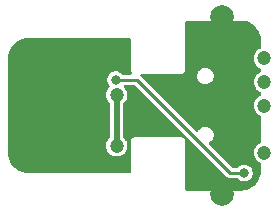
<source format=gbr>
%TF.GenerationSoftware,KiCad,Pcbnew,7.0.1*%
%TF.CreationDate,2025-01-27T12:13:09-08:00*%
%TF.ProjectId,project,70726f6a-6563-4742-9e6b-696361645f70,rev?*%
%TF.SameCoordinates,Original*%
%TF.FileFunction,Copper,L2,Bot*%
%TF.FilePolarity,Positive*%
%FSLAX46Y46*%
G04 Gerber Fmt 4.6, Leading zero omitted, Abs format (unit mm)*
G04 Created by KiCad (PCBNEW 7.0.1) date 2025-01-27 12:13:09*
%MOMM*%
%LPD*%
G01*
G04 APERTURE LIST*
%TA.AperFunction,ViaPad*%
%ADD10C,1.200000*%
%TD*%
%TA.AperFunction,ViaPad*%
%ADD11C,2.000000*%
%TD*%
%TA.AperFunction,ViaPad*%
%ADD12C,0.800000*%
%TD*%
%TA.AperFunction,Conductor*%
%ADD13C,0.500000*%
%TD*%
%TA.AperFunction,Conductor*%
%ADD14C,0.250000*%
%TD*%
G04 APERTURE END LIST*
D10*
%TO.N,*%
X121000000Y-91000000D03*
D11*
%TO.N,GND*%
X117400000Y-85500000D03*
D12*
X102000000Y-88000000D03*
X100000000Y-90000000D03*
D11*
X117400000Y-100500000D03*
D10*
%TO.N,VCC*%
X108500000Y-92100000D03*
X108500000Y-96400000D03*
X121000000Y-89000000D03*
D12*
%TO.N,CAP_DRAIN*%
X119300000Y-98700000D03*
X108400000Y-90800000D03*
D10*
X121000000Y-97000000D03*
%TO.N,GBC_VCC*%
X121000000Y-93000000D03*
%TD*%
D13*
%TO.N,VCC*%
X108500000Y-96400000D02*
X108500000Y-92100000D01*
D14*
%TO.N,CAP_DRAIN*%
X108400000Y-90800000D02*
X110204661Y-90800000D01*
X110204661Y-90800000D02*
X118104661Y-98700000D01*
X118104661Y-98700000D02*
X119300000Y-98700000D01*
%TD*%
%TA.AperFunction,Conductor*%
%TO.N,GND*%
G36*
X118984563Y-85802414D02*
G01*
X118989145Y-85803222D01*
X119000000Y-85805136D01*
X119010855Y-85803222D01*
X119021878Y-85803222D01*
X119021878Y-85803587D01*
X119034236Y-85802949D01*
X119130210Y-85809813D01*
X119232881Y-85817156D01*
X119250669Y-85819713D01*
X119418867Y-85856303D01*
X119469996Y-85867426D01*
X119487245Y-85872490D01*
X119697560Y-85950933D01*
X119713906Y-85958398D01*
X119910913Y-86065973D01*
X119926033Y-86075690D01*
X120105725Y-86210206D01*
X120119311Y-86221979D01*
X120278021Y-86380689D01*
X120289794Y-86394275D01*
X120424310Y-86573967D01*
X120434027Y-86589087D01*
X120509275Y-86726892D01*
X120541600Y-86786090D01*
X120549067Y-86802440D01*
X120564965Y-86845063D01*
X120627510Y-87012756D01*
X120632574Y-87030004D01*
X120674385Y-87222199D01*
X120680286Y-87249327D01*
X120682844Y-87267119D01*
X120686423Y-87317155D01*
X120697051Y-87465764D01*
X120696413Y-87478122D01*
X120696778Y-87478122D01*
X120696778Y-87489145D01*
X120694864Y-87500000D01*
X120696778Y-87510855D01*
X120697586Y-87515437D01*
X120699500Y-87537317D01*
X120699500Y-88066247D01*
X120679498Y-88134368D01*
X120624752Y-88181351D01*
X120547270Y-88215849D01*
X120394129Y-88327112D01*
X120267467Y-88467784D01*
X120172821Y-88631716D01*
X120114326Y-88811744D01*
X120094540Y-89000000D01*
X120114326Y-89188256D01*
X120172821Y-89368284D01*
X120267467Y-89532216D01*
X120394129Y-89672888D01*
X120547270Y-89784151D01*
X120624752Y-89818649D01*
X120678845Y-89864626D01*
X120699500Y-89933753D01*
X120699500Y-90066247D01*
X120679498Y-90134368D01*
X120624752Y-90181351D01*
X120547270Y-90215849D01*
X120541929Y-90219729D01*
X120541928Y-90219730D01*
X120429930Y-90301101D01*
X120394129Y-90327112D01*
X120389716Y-90332014D01*
X120389714Y-90332015D01*
X120271886Y-90462876D01*
X120267467Y-90467784D01*
X120264164Y-90473505D01*
X120176980Y-90624513D01*
X120172821Y-90631716D01*
X120114326Y-90811744D01*
X120094540Y-91000000D01*
X120095230Y-91006565D01*
X120113534Y-91180716D01*
X120114326Y-91188256D01*
X120172821Y-91368284D01*
X120267467Y-91532216D01*
X120271885Y-91537123D01*
X120271886Y-91537124D01*
X120299493Y-91567784D01*
X120394129Y-91672888D01*
X120547270Y-91784151D01*
X120624752Y-91818649D01*
X120678845Y-91864626D01*
X120699500Y-91933753D01*
X120699500Y-92066247D01*
X120679498Y-92134368D01*
X120624752Y-92181351D01*
X120547270Y-92215849D01*
X120394129Y-92327112D01*
X120267467Y-92467784D01*
X120172821Y-92631716D01*
X120114326Y-92811744D01*
X120094540Y-93000000D01*
X120114326Y-93188256D01*
X120172821Y-93368284D01*
X120267467Y-93532216D01*
X120394129Y-93672888D01*
X120547270Y-93784151D01*
X120624752Y-93818649D01*
X120678845Y-93864626D01*
X120699500Y-93933753D01*
X120699500Y-96066247D01*
X120679498Y-96134368D01*
X120624752Y-96181351D01*
X120547270Y-96215849D01*
X120394129Y-96327112D01*
X120267467Y-96467784D01*
X120264164Y-96473505D01*
X120197913Y-96588256D01*
X120172821Y-96631716D01*
X120114326Y-96811744D01*
X120094540Y-97000000D01*
X120095230Y-97006565D01*
X120113487Y-97180270D01*
X120114326Y-97188256D01*
X120172821Y-97368284D01*
X120267467Y-97532216D01*
X120394129Y-97672888D01*
X120547270Y-97784151D01*
X120624752Y-97818649D01*
X120678845Y-97864626D01*
X120699500Y-97933753D01*
X120699500Y-98462683D01*
X120697586Y-98484563D01*
X120694864Y-98500000D01*
X120696778Y-98510855D01*
X120696778Y-98521878D01*
X120696413Y-98521878D01*
X120697051Y-98534236D01*
X120695990Y-98549069D01*
X120684901Y-98704135D01*
X120682845Y-98732877D01*
X120680287Y-98750669D01*
X120653216Y-98875108D01*
X120632574Y-98969996D01*
X120627510Y-98987244D01*
X120554661Y-99182564D01*
X120549069Y-99197556D01*
X120541602Y-99213906D01*
X120458758Y-99365623D01*
X120434029Y-99410910D01*
X120424310Y-99426033D01*
X120289794Y-99605725D01*
X120278021Y-99619311D01*
X120119311Y-99778021D01*
X120105725Y-99789794D01*
X119926033Y-99924310D01*
X119910913Y-99934027D01*
X119713906Y-100041602D01*
X119697560Y-100049067D01*
X119527627Y-100112448D01*
X119487244Y-100127510D01*
X119469995Y-100132574D01*
X119250669Y-100180287D01*
X119232881Y-100182844D01*
X119130210Y-100190187D01*
X119034236Y-100197051D01*
X119021878Y-100196413D01*
X119021878Y-100196778D01*
X119010855Y-100196778D01*
X119000000Y-100194864D01*
X118989145Y-100196778D01*
X118984563Y-100197586D01*
X118962683Y-100199500D01*
X114426500Y-100199500D01*
X114358379Y-100179498D01*
X114311886Y-100125842D01*
X114300500Y-100073500D01*
X114300500Y-96052374D01*
X114301065Y-96040817D01*
X114304246Y-96029832D01*
X114300970Y-95992006D01*
X114300500Y-95981134D01*
X114300500Y-95972052D01*
X114299276Y-95965479D01*
X114297616Y-95953280D01*
X114295591Y-95929895D01*
X114295591Y-95929894D01*
X114294587Y-95918304D01*
X114289480Y-95907855D01*
X114288568Y-95904567D01*
X114287339Y-95901383D01*
X114285209Y-95889947D01*
X114266779Y-95860048D01*
X114260840Y-95849266D01*
X114250533Y-95828181D01*
X114245425Y-95817731D01*
X114236899Y-95809822D01*
X114234866Y-95807084D01*
X114232572Y-95804554D01*
X114226468Y-95794652D01*
X114217212Y-95787613D01*
X114217207Y-95787608D01*
X114198513Y-95773393D01*
X114189092Y-95765474D01*
X114171882Y-95749510D01*
X114171883Y-95749510D01*
X114163354Y-95741599D01*
X114152553Y-95737290D01*
X114149676Y-95735471D01*
X114146619Y-95733934D01*
X114137359Y-95726892D01*
X114103632Y-95717126D01*
X114091992Y-95713129D01*
X114059378Y-95700117D01*
X114053085Y-95699500D01*
X114050003Y-95699500D01*
X114046933Y-95699350D01*
X114046939Y-95699234D01*
X114040817Y-95698935D01*
X114029832Y-95695754D01*
X113992006Y-95699030D01*
X113981134Y-95699500D01*
X110052374Y-95699500D01*
X110040817Y-95698935D01*
X110029832Y-95695754D01*
X109992006Y-95699030D01*
X109981134Y-95699500D01*
X109972052Y-95699500D01*
X109966351Y-95700562D01*
X109966349Y-95700562D01*
X109965479Y-95700724D01*
X109953280Y-95702384D01*
X109929895Y-95704409D01*
X109929894Y-95704409D01*
X109918304Y-95705413D01*
X109907855Y-95710520D01*
X109904567Y-95711432D01*
X109901383Y-95712661D01*
X109889947Y-95714791D01*
X109870316Y-95726892D01*
X109860048Y-95733221D01*
X109849265Y-95739160D01*
X109817731Y-95754575D01*
X109809822Y-95763101D01*
X109807084Y-95765134D01*
X109804554Y-95767428D01*
X109794652Y-95773532D01*
X109787613Y-95782788D01*
X109787608Y-95782793D01*
X109773393Y-95801487D01*
X109765474Y-95810908D01*
X109741599Y-95836646D01*
X109737290Y-95847447D01*
X109735471Y-95850324D01*
X109733934Y-95853381D01*
X109726892Y-95862641D01*
X109723656Y-95873817D01*
X109717126Y-95896367D01*
X109713129Y-95908008D01*
X109700117Y-95940622D01*
X109699500Y-95946915D01*
X109699500Y-95949997D01*
X109699350Y-95953067D01*
X109699234Y-95953061D01*
X109698935Y-95959183D01*
X109695754Y-95970168D01*
X109696758Y-95981759D01*
X109699030Y-96007994D01*
X109699500Y-96018866D01*
X109699500Y-98573500D01*
X109679498Y-98641621D01*
X109625842Y-98688114D01*
X109573500Y-98699500D01*
X101037317Y-98699500D01*
X101015437Y-98697586D01*
X101010855Y-98696778D01*
X101000000Y-98694864D01*
X100989145Y-98696778D01*
X100978122Y-98696778D01*
X100978122Y-98696413D01*
X100965764Y-98697051D01*
X100869790Y-98690187D01*
X100767119Y-98682844D01*
X100749331Y-98680287D01*
X100530005Y-98632574D01*
X100512756Y-98627510D01*
X100472373Y-98612448D01*
X100302440Y-98549067D01*
X100286094Y-98541602D01*
X100089087Y-98434027D01*
X100073967Y-98424310D01*
X100015017Y-98380180D01*
X99894275Y-98289794D01*
X99880689Y-98278021D01*
X99721979Y-98119311D01*
X99710206Y-98105725D01*
X99659966Y-98038612D01*
X99575688Y-97926030D01*
X99565971Y-97910910D01*
X99498220Y-97786833D01*
X99458398Y-97713906D01*
X99450931Y-97697556D01*
X99443178Y-97676767D01*
X99372490Y-97487244D01*
X99367426Y-97469996D01*
X99343932Y-97361999D01*
X99319713Y-97250669D01*
X99317155Y-97232877D01*
X99313863Y-97186837D01*
X99305713Y-97072888D01*
X99302949Y-97034236D01*
X99303587Y-97021878D01*
X99303222Y-97021878D01*
X99303222Y-97010855D01*
X99305136Y-97000000D01*
X99302414Y-96984563D01*
X99300500Y-96962683D01*
X99300500Y-89037317D01*
X99302414Y-89015437D01*
X99303222Y-89010855D01*
X99305136Y-89000000D01*
X99303222Y-88989145D01*
X99303222Y-88978122D01*
X99303587Y-88978122D01*
X99302949Y-88965764D01*
X99317155Y-88767123D01*
X99319714Y-88749327D01*
X99325616Y-88722199D01*
X99367426Y-88530004D01*
X99372490Y-88512756D01*
X99439902Y-88332015D01*
X99450933Y-88302440D01*
X99458400Y-88286090D01*
X99496755Y-88215849D01*
X99565973Y-88089087D01*
X99575690Y-88073967D01*
X99710206Y-87894275D01*
X99721979Y-87880689D01*
X99880689Y-87721979D01*
X99894275Y-87710206D01*
X100073967Y-87575690D01*
X100089087Y-87565973D01*
X100286094Y-87458398D01*
X100302440Y-87450933D01*
X100512755Y-87372490D01*
X100530004Y-87367426D01*
X100581133Y-87356303D01*
X100749331Y-87319713D01*
X100767119Y-87317156D01*
X100869790Y-87309813D01*
X100965764Y-87302949D01*
X100978122Y-87303587D01*
X100978122Y-87303222D01*
X100989145Y-87303222D01*
X101000000Y-87305136D01*
X101015437Y-87302414D01*
X101037317Y-87300500D01*
X109573500Y-87300500D01*
X109641621Y-87320502D01*
X109688114Y-87374158D01*
X109699500Y-87426500D01*
X109699500Y-89947626D01*
X109698935Y-89959183D01*
X109695754Y-89970168D01*
X109696758Y-89981759D01*
X109699030Y-90007994D01*
X109699500Y-90018866D01*
X109699500Y-90027948D01*
X109700562Y-90033649D01*
X109700562Y-90033651D01*
X109700724Y-90034521D01*
X109702384Y-90046720D01*
X109702403Y-90046933D01*
X109705413Y-90081696D01*
X109710520Y-90092145D01*
X109711432Y-90095433D01*
X109712661Y-90098617D01*
X109714791Y-90110053D01*
X109724734Y-90126183D01*
X109733221Y-90139952D01*
X109739160Y-90150734D01*
X109751843Y-90176680D01*
X109754575Y-90182269D01*
X109754006Y-90182547D01*
X109775181Y-90239996D01*
X109759822Y-90309311D01*
X109709426Y-90359320D01*
X109649468Y-90374500D01*
X109021266Y-90374500D01*
X108953145Y-90354498D01*
X108930445Y-90334998D01*
X108929312Y-90333349D01*
X108917514Y-90322837D01*
X108808392Y-90225612D01*
X108808388Y-90225610D01*
X108802721Y-90220560D01*
X108793824Y-90215849D01*
X108668844Y-90149676D01*
X108652881Y-90141224D01*
X108488441Y-90099919D01*
X108480843Y-90099879D01*
X108480841Y-90099879D01*
X108403668Y-90099475D01*
X108318895Y-90099031D01*
X108311508Y-90100805D01*
X108311504Y-90100805D01*
X108205801Y-90126183D01*
X108154032Y-90138612D01*
X108147288Y-90142093D01*
X108147285Y-90142094D01*
X108037976Y-90198513D01*
X108003369Y-90216375D01*
X107997647Y-90221367D01*
X107997645Y-90221368D01*
X107938334Y-90273108D01*
X107875604Y-90327831D01*
X107871237Y-90334045D01*
X107831714Y-90390281D01*
X107778113Y-90466547D01*
X107716524Y-90624513D01*
X107715532Y-90632046D01*
X107715532Y-90632047D01*
X107700535Y-90745968D01*
X107694394Y-90792611D01*
X107712999Y-90961135D01*
X107771266Y-91120356D01*
X107865830Y-91261083D01*
X107871446Y-91266193D01*
X107876410Y-91271944D01*
X107875277Y-91272922D01*
X107907771Y-91326291D01*
X107906048Y-91397266D01*
X107879686Y-91443153D01*
X107767467Y-91567784D01*
X107672821Y-91731716D01*
X107614326Y-91911744D01*
X107594540Y-92100000D01*
X107614326Y-92288256D01*
X107672821Y-92468284D01*
X107767467Y-92632216D01*
X107771885Y-92637123D01*
X107771886Y-92637124D01*
X107889712Y-92767983D01*
X107889715Y-92767985D01*
X107894129Y-92772888D01*
X107899472Y-92776770D01*
X107904376Y-92781185D01*
X107903117Y-92782584D01*
X107940917Y-92831608D01*
X107949500Y-92877317D01*
X107949500Y-95622683D01*
X107929498Y-95690804D01*
X107903726Y-95718093D01*
X107904376Y-95718815D01*
X107899472Y-95723230D01*
X107894129Y-95727112D01*
X107889715Y-95732015D01*
X107889712Y-95732017D01*
X107772098Y-95862641D01*
X107767467Y-95867784D01*
X107764164Y-95873505D01*
X107683384Y-96013421D01*
X107672821Y-96031716D01*
X107614326Y-96211744D01*
X107613636Y-96218305D01*
X107613636Y-96218307D01*
X107603792Y-96311969D01*
X107594540Y-96400000D01*
X107614326Y-96588256D01*
X107672821Y-96768284D01*
X107676124Y-96774006D01*
X107676125Y-96774007D01*
X107701702Y-96818307D01*
X107767467Y-96932216D01*
X107771885Y-96937123D01*
X107771886Y-96937124D01*
X107831851Y-97003721D01*
X107894129Y-97072888D01*
X108047270Y-97184151D01*
X108220197Y-97261144D01*
X108298563Y-97277801D01*
X108398897Y-97299128D01*
X108398901Y-97299128D01*
X108405354Y-97300500D01*
X108594646Y-97300500D01*
X108601099Y-97299128D01*
X108601103Y-97299128D01*
X108701437Y-97277801D01*
X108779803Y-97261144D01*
X108952730Y-97184151D01*
X109105871Y-97072888D01*
X109168150Y-97003721D01*
X109228114Y-96937124D01*
X109228115Y-96937123D01*
X109232533Y-96932216D01*
X109298298Y-96818307D01*
X109323875Y-96774007D01*
X109323876Y-96774006D01*
X109327179Y-96768284D01*
X109385674Y-96588256D01*
X109405460Y-96400000D01*
X109396208Y-96311969D01*
X109386364Y-96218307D01*
X109386364Y-96218305D01*
X109385674Y-96211744D01*
X109327179Y-96031716D01*
X109316617Y-96013421D01*
X109235836Y-95873505D01*
X109232533Y-95867784D01*
X109227902Y-95862641D01*
X109110288Y-95732017D01*
X109110285Y-95732015D01*
X109105871Y-95727112D01*
X109100528Y-95723230D01*
X109095624Y-95718815D01*
X109096883Y-95717416D01*
X109059083Y-95668392D01*
X109050500Y-95622683D01*
X109050500Y-92877317D01*
X109070502Y-92809196D01*
X109096274Y-92781907D01*
X109095624Y-92781185D01*
X109100528Y-92776770D01*
X109105871Y-92772888D01*
X109110285Y-92767985D01*
X109110288Y-92767983D01*
X109228114Y-92637124D01*
X109228115Y-92637123D01*
X109232533Y-92632216D01*
X109327179Y-92468284D01*
X109385674Y-92288256D01*
X109405460Y-92100000D01*
X109385674Y-91911744D01*
X109327179Y-91731716D01*
X109232533Y-91567784D01*
X109228113Y-91562875D01*
X109228110Y-91562871D01*
X109113704Y-91435810D01*
X109082986Y-91371803D01*
X109091751Y-91301349D01*
X109137214Y-91246818D01*
X109207340Y-91225500D01*
X109976223Y-91225500D01*
X110044344Y-91245502D01*
X110065318Y-91262405D01*
X113913031Y-95110117D01*
X117756132Y-98953218D01*
X117756133Y-98953220D01*
X117851441Y-99048528D01*
X117872820Y-99059421D01*
X117889673Y-99069749D01*
X117909080Y-99083849D01*
X117918511Y-99086913D01*
X117918512Y-99086914D01*
X117931898Y-99091264D01*
X117950159Y-99098828D01*
X117962697Y-99105216D01*
X117971535Y-99109719D01*
X117995232Y-99113472D01*
X118014451Y-99118086D01*
X118037268Y-99125500D01*
X118678634Y-99125500D01*
X118746755Y-99145502D01*
X118765331Y-99161631D01*
X118765830Y-99161083D01*
X118885612Y-99270077D01*
X118885616Y-99270080D01*
X118891233Y-99275191D01*
X118897906Y-99278814D01*
X118897910Y-99278817D01*
X119033558Y-99352467D01*
X119033560Y-99352468D01*
X119040235Y-99356092D01*
X119047584Y-99358020D01*
X119196883Y-99397188D01*
X119196885Y-99397188D01*
X119204233Y-99399116D01*
X119290609Y-99400473D01*
X119366161Y-99401660D01*
X119366164Y-99401660D01*
X119373760Y-99401779D01*
X119381165Y-99400083D01*
X119381166Y-99400083D01*
X119441586Y-99386245D01*
X119539029Y-99363928D01*
X119690498Y-99287747D01*
X119786213Y-99205998D01*
X119813651Y-99182564D01*
X119813652Y-99182563D01*
X119819423Y-99177634D01*
X119918361Y-99039947D01*
X119942941Y-98978804D01*
X119978766Y-98889687D01*
X119978767Y-98889685D01*
X119981601Y-98882634D01*
X119996521Y-98777801D01*
X120004909Y-98718862D01*
X120004909Y-98718859D01*
X120005490Y-98714778D01*
X120005645Y-98700000D01*
X120005024Y-98694864D01*
X119998580Y-98641621D01*
X119985276Y-98531680D01*
X119925345Y-98373077D01*
X119921044Y-98366819D01*
X119833614Y-98239608D01*
X119833613Y-98239607D01*
X119829312Y-98233349D01*
X119823119Y-98227831D01*
X119708392Y-98125612D01*
X119708388Y-98125610D01*
X119702721Y-98120560D01*
X119674703Y-98105725D01*
X119635080Y-98084746D01*
X119552881Y-98041224D01*
X119388441Y-97999919D01*
X119380843Y-97999879D01*
X119380841Y-97999879D01*
X119303668Y-97999475D01*
X119218895Y-97999031D01*
X119211508Y-98000805D01*
X119211504Y-98000805D01*
X119068162Y-98035220D01*
X119054032Y-98038612D01*
X119047288Y-98042093D01*
X119047285Y-98042094D01*
X118924003Y-98105725D01*
X118903369Y-98116375D01*
X118775604Y-98227831D01*
X118771918Y-98233076D01*
X118711905Y-98270049D01*
X118678713Y-98274500D01*
X118333098Y-98274500D01*
X118264977Y-98254498D01*
X118244003Y-98237595D01*
X116318377Y-96311969D01*
X116284351Y-96249657D01*
X116289416Y-96178842D01*
X116336104Y-96119035D01*
X116466651Y-96029312D01*
X116476515Y-96018241D01*
X116574388Y-95908392D01*
X116574390Y-95908388D01*
X116579440Y-95902721D01*
X116586204Y-95889947D01*
X116630447Y-95806386D01*
X116658776Y-95752881D01*
X116700081Y-95588441D01*
X116700969Y-95418895D01*
X116661388Y-95254032D01*
X116583625Y-95103369D01*
X116578313Y-95097279D01*
X116477163Y-94981329D01*
X116472169Y-94975604D01*
X116413649Y-94934475D01*
X116339670Y-94882482D01*
X116339668Y-94882481D01*
X116333453Y-94878113D01*
X116175487Y-94816524D01*
X116167954Y-94815532D01*
X116167953Y-94815532D01*
X116050261Y-94800038D01*
X116050260Y-94800038D01*
X116046174Y-94799500D01*
X115957484Y-94799500D01*
X115831680Y-94814724D01*
X115673077Y-94874655D01*
X115533349Y-94970688D01*
X115528297Y-94976358D01*
X115528296Y-94976359D01*
X115425612Y-95091608D01*
X115425610Y-95091612D01*
X115420560Y-95097279D01*
X115417008Y-95103988D01*
X115417005Y-95103992D01*
X115390688Y-95153696D01*
X115341135Y-95204539D01*
X115271961Y-95220520D01*
X115205127Y-95196566D01*
X115190239Y-95183831D01*
X112883726Y-92877317D01*
X110587514Y-90581105D01*
X115299031Y-90581105D01*
X115300805Y-90588492D01*
X115300805Y-90588496D01*
X115309808Y-90625993D01*
X115338612Y-90745968D01*
X115342093Y-90752712D01*
X115342094Y-90752715D01*
X115375949Y-90818307D01*
X115416375Y-90896631D01*
X115421367Y-90902353D01*
X115421368Y-90902355D01*
X115466060Y-90953586D01*
X115527831Y-91024396D01*
X115534045Y-91028763D01*
X115660330Y-91117518D01*
X115660332Y-91117519D01*
X115666547Y-91121887D01*
X115824513Y-91183476D01*
X115832046Y-91184468D01*
X115832047Y-91184468D01*
X115949739Y-91199962D01*
X115953826Y-91200500D01*
X116042516Y-91200500D01*
X116168320Y-91185276D01*
X116326923Y-91125345D01*
X116466651Y-91029312D01*
X116486918Y-91006565D01*
X116574388Y-90908392D01*
X116574390Y-90908388D01*
X116579440Y-90902721D01*
X116586238Y-90889883D01*
X116630934Y-90805466D01*
X116658776Y-90752881D01*
X116700081Y-90588441D01*
X116700969Y-90418895D01*
X116694100Y-90390281D01*
X116663161Y-90261417D01*
X116661388Y-90254032D01*
X116654144Y-90239996D01*
X116587108Y-90110117D01*
X116587108Y-90110116D01*
X116583625Y-90103369D01*
X116578313Y-90097279D01*
X116477163Y-89981329D01*
X116472169Y-89975604D01*
X116412621Y-89933753D01*
X116339670Y-89882482D01*
X116339668Y-89882481D01*
X116333453Y-89878113D01*
X116175487Y-89816524D01*
X116167954Y-89815532D01*
X116167953Y-89815532D01*
X116050261Y-89800038D01*
X116050260Y-89800038D01*
X116046174Y-89799500D01*
X115957484Y-89799500D01*
X115831680Y-89814724D01*
X115673077Y-89874655D01*
X115533349Y-89970688D01*
X115528297Y-89976358D01*
X115528296Y-89976359D01*
X115425612Y-90091608D01*
X115425610Y-90091612D01*
X115420560Y-90097279D01*
X115417008Y-90103988D01*
X115417007Y-90103989D01*
X115408553Y-90119956D01*
X115341224Y-90247119D01*
X115299919Y-90411559D01*
X115299879Y-90419157D01*
X115299879Y-90419159D01*
X115299594Y-90473627D01*
X115299031Y-90581105D01*
X110587514Y-90581105D01*
X110522004Y-90515595D01*
X110487978Y-90453283D01*
X110493043Y-90382468D01*
X110535590Y-90325632D01*
X110602110Y-90300821D01*
X110611099Y-90300500D01*
X113947626Y-90300500D01*
X113959183Y-90301065D01*
X113970168Y-90304246D01*
X114007994Y-90300970D01*
X114018866Y-90300500D01*
X114027948Y-90300500D01*
X114033649Y-90299438D01*
X114033651Y-90299438D01*
X114034521Y-90299276D01*
X114046720Y-90297616D01*
X114070105Y-90295591D01*
X114070106Y-90295591D01*
X114081696Y-90294587D01*
X114092145Y-90289480D01*
X114095433Y-90288568D01*
X114098617Y-90287339D01*
X114110053Y-90285209D01*
X114139952Y-90266779D01*
X114150734Y-90260840D01*
X114171819Y-90250533D01*
X114182269Y-90245425D01*
X114190178Y-90236899D01*
X114192916Y-90234866D01*
X114195446Y-90232572D01*
X114205348Y-90226468D01*
X114212387Y-90217212D01*
X114212392Y-90217207D01*
X114226607Y-90198513D01*
X114234526Y-90189092D01*
X114250490Y-90171882D01*
X114258401Y-90163354D01*
X114262710Y-90152553D01*
X114264529Y-90149676D01*
X114266066Y-90146619D01*
X114273108Y-90137359D01*
X114282874Y-90103632D01*
X114286873Y-90091986D01*
X114287024Y-90091608D01*
X114299883Y-90059378D01*
X114300500Y-90053085D01*
X114300500Y-90050003D01*
X114300650Y-90046933D01*
X114300766Y-90046939D01*
X114301065Y-90040817D01*
X114304246Y-90029832D01*
X114300970Y-89992006D01*
X114300500Y-89981134D01*
X114300500Y-85926500D01*
X114320502Y-85858379D01*
X114374158Y-85811886D01*
X114426500Y-85800500D01*
X118962683Y-85800500D01*
X118984563Y-85802414D01*
G37*
%TD.AperFunction*%
%TD*%
M02*

</source>
